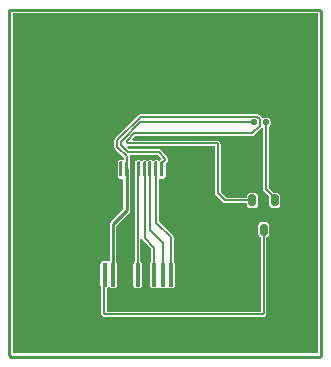
<source format=gtl>
G04*
G04 #@! TF.GenerationSoftware,Altium Limited,Altium Designer,21.0.8 (223)*
G04*
G04 Layer_Physical_Order=1*
G04 Layer_Color=255*
%FSLAX25Y25*%
%MOIN*%
G70*
G04*
G04 #@! TF.SameCoordinates,DDAD6121-85C3-450B-9C8F-5C191A547606*
G04*
G04*
G04 #@! TF.FilePolarity,Positive*
G04*
G01*
G75*
%ADD11C,0.01000*%
G04:AMPARAMS|DCode=13|XSize=86mil|YSize=72mil|CornerRadius=18mil|HoleSize=0mil|Usage=FLASHONLY|Rotation=270.000|XOffset=0mil|YOffset=0mil|HoleType=Round|Shape=RoundedRectangle|*
%AMROUNDEDRECTD13*
21,1,0.08600,0.03600,0,0,270.0*
21,1,0.05000,0.07200,0,0,270.0*
1,1,0.03600,-0.01800,-0.02500*
1,1,0.03600,-0.01800,0.02500*
1,1,0.03600,0.01800,0.02500*
1,1,0.03600,0.01800,-0.02500*
%
%ADD13ROUNDEDRECTD13*%
G04:AMPARAMS|DCode=14|XSize=23.62mil|YSize=39.37mil|CornerRadius=5.91mil|HoleSize=0mil|Usage=FLASHONLY|Rotation=0.000|XOffset=0mil|YOffset=0mil|HoleType=Round|Shape=RoundedRectangle|*
%AMROUNDEDRECTD14*
21,1,0.02362,0.02756,0,0,0.0*
21,1,0.01181,0.03937,0,0,0.0*
1,1,0.01181,0.00591,-0.01378*
1,1,0.01181,-0.00591,-0.01378*
1,1,0.01181,-0.00591,0.01378*
1,1,0.01181,0.00591,0.01378*
%
%ADD14ROUNDEDRECTD14*%
G04:AMPARAMS|DCode=15|XSize=15.75mil|YSize=80mil|CornerRadius=3.94mil|HoleSize=0mil|Usage=FLASHONLY|Rotation=0.000|XOffset=0mil|YOffset=0mil|HoleType=Round|Shape=RoundedRectangle|*
%AMROUNDEDRECTD15*
21,1,0.01575,0.07213,0,0,0.0*
21,1,0.00787,0.08000,0,0,0.0*
1,1,0.00787,0.00394,-0.03606*
1,1,0.00787,-0.00394,-0.03606*
1,1,0.00787,-0.00394,0.03606*
1,1,0.00787,0.00394,0.03606*
%
%ADD15ROUNDEDRECTD15*%
G04:AMPARAMS|DCode=16|XSize=20mil|YSize=20mil|CornerRadius=5mil|HoleSize=0mil|Usage=FLASHONLY|Rotation=90.000|XOffset=0mil|YOffset=0mil|HoleType=Round|Shape=RoundedRectangle|*
%AMROUNDEDRECTD16*
21,1,0.02000,0.01000,0,0,90.0*
21,1,0.01000,0.02000,0,0,90.0*
1,1,0.01000,0.00500,0.00500*
1,1,0.01000,0.00500,-0.00500*
1,1,0.01000,-0.00500,-0.00500*
1,1,0.01000,-0.00500,0.00500*
%
%ADD16ROUNDEDRECTD16*%
G04:AMPARAMS|DCode=17|XSize=50mil|YSize=10mil|CornerRadius=2.5mil|HoleSize=0mil|Usage=FLASHONLY|Rotation=90.000|XOffset=0mil|YOffset=0mil|HoleType=Round|Shape=RoundedRectangle|*
%AMROUNDEDRECTD17*
21,1,0.05000,0.00500,0,0,90.0*
21,1,0.04500,0.01000,0,0,90.0*
1,1,0.00500,0.00250,0.02250*
1,1,0.00500,0.00250,-0.02250*
1,1,0.00500,-0.00250,-0.02250*
1,1,0.00500,-0.00250,0.02250*
%
%ADD17ROUNDEDRECTD17*%
%ADD23C,0.00600*%
G36*
X139378Y12513D02*
X37622D01*
Y125878D01*
X139378D01*
Y12513D01*
D02*
G37*
%LPC*%
G36*
X119080Y92318D02*
X80309D01*
X79958Y92248D01*
X79660Y92049D01*
X71751Y84140D01*
X71552Y83842D01*
X71482Y83491D01*
Y81416D01*
X71552Y81065D01*
X71751Y80768D01*
X74724Y77795D01*
Y77239D01*
X74265Y76957D01*
X74224Y76957D01*
X73923Y77017D01*
X73423D01*
X73092Y76951D01*
X72810Y76763D01*
X72623Y76482D01*
X72557Y76150D01*
Y71650D01*
X72623Y71318D01*
X72810Y71037D01*
X73092Y70849D01*
X73423Y70783D01*
X73923D01*
X74020Y70803D01*
X74520Y70471D01*
Y60606D01*
X70207Y56293D01*
X69964Y55929D01*
X69878Y55500D01*
X69878Y55500D01*
Y43286D01*
X69432Y43119D01*
X69412Y43120D01*
X69316Y43153D01*
X69033Y43342D01*
X68645Y43420D01*
X67857D01*
X67470Y43342D01*
X67141Y43123D01*
X66921Y42794D01*
X66844Y42406D01*
Y35194D01*
X66921Y34806D01*
X67082Y34565D01*
Y25852D01*
X67152Y25500D01*
X67351Y25203D01*
X67703Y24851D01*
X68000Y24652D01*
X68352Y24582D01*
X120908D01*
X121259Y24652D01*
X121557Y24851D01*
X121909Y25203D01*
X122108Y25500D01*
X122178Y25852D01*
Y51162D01*
X122315Y51190D01*
X122709Y51453D01*
X122972Y51846D01*
X123064Y52311D01*
Y55067D01*
X122972Y55532D01*
X122709Y55925D01*
X122315Y56188D01*
X121850Y56281D01*
X120669D01*
X120205Y56188D01*
X119811Y55925D01*
X119548Y55532D01*
X119455Y55067D01*
Y52311D01*
X119548Y51846D01*
X119811Y51453D01*
X120205Y51190D01*
X120342Y51162D01*
Y26418D01*
X68918D01*
Y34235D01*
X69033Y34258D01*
X69361Y34477D01*
X69897D01*
X70226Y34258D01*
X70613Y34181D01*
X71401D01*
X71789Y34258D01*
X72117Y34477D01*
X72337Y34806D01*
X72414Y35194D01*
Y42406D01*
X72337Y42794D01*
X72122Y43116D01*
Y55035D01*
X76435Y59349D01*
X76435Y59349D01*
X76678Y59712D01*
X76763Y60142D01*
X76763Y60142D01*
Y73900D01*
X76758Y73925D01*
Y76150D01*
X76692Y76482D01*
X76559Y76681D01*
Y78175D01*
X76533Y78305D01*
X76858Y78805D01*
X85844D01*
X87151Y77498D01*
X86971Y76971D01*
X86871Y76951D01*
X86590Y76763D01*
X86347D01*
X86066Y76951D01*
X85734Y77017D01*
X85234D01*
X84903Y76951D01*
X84621Y76763D01*
X84378D01*
X84097Y76951D01*
X83766Y77017D01*
X83266D01*
X82934Y76951D01*
X82653Y76763D01*
X82410D01*
X82129Y76951D01*
X81797Y77017D01*
X81297D01*
X80966Y76951D01*
X80684Y76763D01*
X80441D01*
X80160Y76951D01*
X79829Y77017D01*
X79329D01*
X78997Y76951D01*
X78716Y76763D01*
X78528Y76482D01*
X78462Y76150D01*
Y72000D01*
X78427Y71947D01*
X78357Y71596D01*
Y43251D01*
X78165Y43123D01*
X77945Y42794D01*
X77868Y42406D01*
Y35194D01*
X77945Y34806D01*
X78165Y34477D01*
X78493Y34258D01*
X78881Y34181D01*
X79668D01*
X80056Y34258D01*
X80385Y34477D01*
X80604Y34806D01*
X80682Y35194D01*
Y42406D01*
X80604Y42794D01*
X80385Y43123D01*
X80192Y43251D01*
Y50587D01*
X80692Y50637D01*
X80699Y50602D01*
X80898Y50304D01*
X83869Y47333D01*
Y43251D01*
X83676Y43123D01*
X83457Y42794D01*
X83380Y42406D01*
Y35194D01*
X83457Y34806D01*
X83676Y34477D01*
X84005Y34258D01*
X84393Y34181D01*
X85180D01*
X85568Y34258D01*
X85897Y34477D01*
X86432D01*
X86761Y34258D01*
X87149Y34181D01*
X87936D01*
X88324Y34258D01*
X88653Y34477D01*
X89188D01*
X89517Y34258D01*
X89905Y34181D01*
X90692D01*
X91080Y34258D01*
X91408Y34477D01*
X91628Y34806D01*
X91705Y35194D01*
Y42406D01*
X91628Y42794D01*
X91408Y43123D01*
X91216Y43251D01*
Y51202D01*
X91146Y51553D01*
X90947Y51850D01*
X86402Y56396D01*
Y70561D01*
X86861Y70843D01*
X86902Y70843D01*
X87203Y70783D01*
X87703D01*
X88034Y70849D01*
X88315Y71037D01*
X88503Y71318D01*
X88569Y71650D01*
Y75719D01*
X89150Y76300D01*
X89349Y76597D01*
X89419Y76948D01*
Y77446D01*
X89349Y77797D01*
X89150Y78094D01*
X86873Y80372D01*
X86575Y80571D01*
X86224Y80640D01*
X76257D01*
X75781Y81117D01*
X75982Y81539D01*
X76022Y81582D01*
X105082D01*
Y66000D01*
X105152Y65649D01*
X105351Y65351D01*
X107851Y62851D01*
X108149Y62652D01*
X108500Y62582D01*
X115715D01*
Y62122D01*
X115808Y61658D01*
X116071Y61264D01*
X116465Y61001D01*
X116929Y60908D01*
X118110D01*
X118575Y61001D01*
X118969Y61264D01*
X119232Y61658D01*
X119324Y62122D01*
Y64878D01*
X119232Y65342D01*
X118969Y65736D01*
X118575Y65999D01*
X118110Y66092D01*
X116929D01*
X116465Y65999D01*
X116071Y65736D01*
X115808Y65342D01*
X115715Y64878D01*
Y64418D01*
X108880D01*
X106918Y66380D01*
Y82148D01*
X106848Y82500D01*
X106649Y82797D01*
X106297Y83149D01*
X106000Y83348D01*
X105649Y83418D01*
X77672D01*
X77480Y83880D01*
X78567Y84967D01*
X117364D01*
X117715Y85036D01*
X118013Y85236D01*
X120549Y87771D01*
X120582Y87821D01*
X121082Y87670D01*
Y67287D01*
X121152Y66936D01*
X121351Y66638D01*
X123196Y64794D01*
Y62122D01*
X123288Y61658D01*
X123551Y61264D01*
X123945Y61001D01*
X124409Y60908D01*
X125591D01*
X126055Y61001D01*
X126449Y61264D01*
X126712Y61658D01*
X126804Y62122D01*
Y64878D01*
X126712Y65342D01*
X126449Y65736D01*
X126055Y65999D01*
X125591Y66092D01*
X124493D01*
X122918Y67668D01*
Y87962D01*
X122929Y87964D01*
X123293Y88207D01*
X123536Y88571D01*
X123622Y89000D01*
Y90000D01*
X123536Y90429D01*
X123293Y90793D01*
X122929Y91036D01*
X122500Y91122D01*
X121500D01*
X121071Y91036D01*
X120850Y90889D01*
X120748Y90931D01*
X120549Y91229D01*
X119729Y92049D01*
X119431Y92248D01*
X119080Y92318D01*
D02*
G37*
%LPD*%
D11*
X71000Y38807D02*
Y55500D01*
X75642Y60142D02*
Y73900D01*
X71000Y55500D02*
X75642Y60142D01*
X140500Y11977D02*
Y126414D01*
X139914Y11391D02*
X140500Y11977D01*
X36500D02*
Y127000D01*
Y11977D02*
X37086Y11391D01*
X139914D01*
X36500Y127000D02*
X139914D01*
X140500Y126414D01*
D13*
X99126Y61500D02*
D03*
X62000D02*
D03*
D14*
X121260Y53689D02*
D03*
X117520Y63500D02*
D03*
X125000D02*
D03*
D15*
X93054Y38800D02*
D03*
X90298D02*
D03*
X84787D02*
D03*
X82031D02*
D03*
X73763D02*
D03*
X76519D02*
D03*
X65495D02*
D03*
X68251D02*
D03*
X87542D02*
D03*
X79275D02*
D03*
X71007D02*
D03*
X62739D02*
D03*
D16*
X118000Y89500D02*
D03*
X122000D02*
D03*
D17*
X73673Y73900D02*
D03*
X75642D02*
D03*
X77610D02*
D03*
X79579D02*
D03*
X81547D02*
D03*
X83516D02*
D03*
X85484D02*
D03*
X87453D02*
D03*
D23*
X71000Y38807D02*
X71007Y38800D01*
X75642Y73900D02*
Y78175D01*
X117364Y85884D02*
X119900Y88420D01*
Y90580D01*
X80309Y91400D02*
X119080D01*
X72400Y83491D02*
X80309Y91400D01*
X72400Y81416D02*
X75642Y78175D01*
X119080Y91400D02*
X119900Y90580D01*
X78187Y85884D02*
X117364D01*
X75652Y83349D02*
X78187Y85884D01*
X75652Y82851D02*
Y83349D01*
X76003Y82500D02*
X105649D01*
X106000Y66000D02*
Y82148D01*
Y66000D02*
X108500Y63500D01*
X117520D01*
X72400Y81416D02*
Y83491D01*
X75652Y82851D02*
X76003Y82500D01*
X105649D02*
X106000Y82148D01*
X75877Y79723D02*
X86224D01*
X88501Y77446D01*
X73600Y82000D02*
Y82994D01*
Y82000D02*
X75877Y79723D01*
X80106Y89500D02*
X118000D01*
X73600Y82994D02*
X80106Y89500D01*
X87453Y75900D02*
X88501Y76948D01*
Y77446D01*
X85484Y56016D02*
Y73900D01*
X83516Y53484D02*
Y73900D01*
X85484Y56016D02*
X90298Y51202D01*
Y38800D02*
Y51202D01*
X87542Y38800D02*
Y49457D01*
X83516Y53484D02*
X87542Y49457D01*
X81547Y50953D02*
Y73900D01*
X84787Y38800D02*
Y47713D01*
X81547Y50953D02*
X84787Y47713D01*
X79275Y38800D02*
Y71596D01*
X79579Y71900D01*
Y73900D01*
X68000Y25852D02*
Y38549D01*
Y25852D02*
X68352Y25500D01*
X120908D01*
X68000Y38549D02*
X68251Y38800D01*
X120908Y25500D02*
X121260Y25852D01*
Y53689D01*
X87453Y73900D02*
Y75900D01*
X122000Y67287D02*
Y89500D01*
Y67287D02*
X125000Y64287D01*
Y63500D02*
Y64287D01*
M02*

</source>
